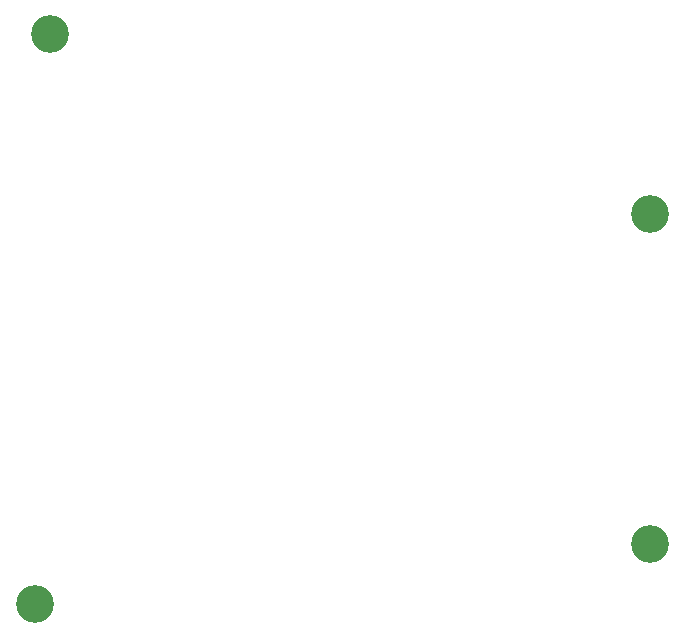
<source format=gbr>
%TF.GenerationSoftware,KiCad,Pcbnew,8.0.3+1*%
%TF.CreationDate,2024-07-01T12:39:06+00:00*%
%TF.ProjectId,dc_shield,64635f73-6869-4656-9c64-2e6b69636164,rev?*%
%TF.SameCoordinates,Original*%
%TF.FileFunction,NonPlated,1,4,NPTH,Drill*%
%TF.FilePolarity,Positive*%
%FSLAX46Y46*%
G04 Gerber Fmt 4.6, Leading zero omitted, Abs format (unit mm)*
G04 Created by KiCad (PCBNEW 8.0.3+1) date 2024-07-01 12:39:06*
%MOMM*%
%LPD*%
G01*
G04 APERTURE LIST*
%TA.AperFunction,ComponentDrill*%
%ADD10C,3.200000*%
%TD*%
G04 APERTURE END LIST*
D10*
%TO.C,MH2*%
X113970000Y-97460000D03*
%TO.C,MH1*%
X115240000Y-49200000D03*
%TO.C,MH3*%
X166040000Y-64440000D03*
%TO.C,MH4*%
X166040000Y-92380000D03*
M02*

</source>
